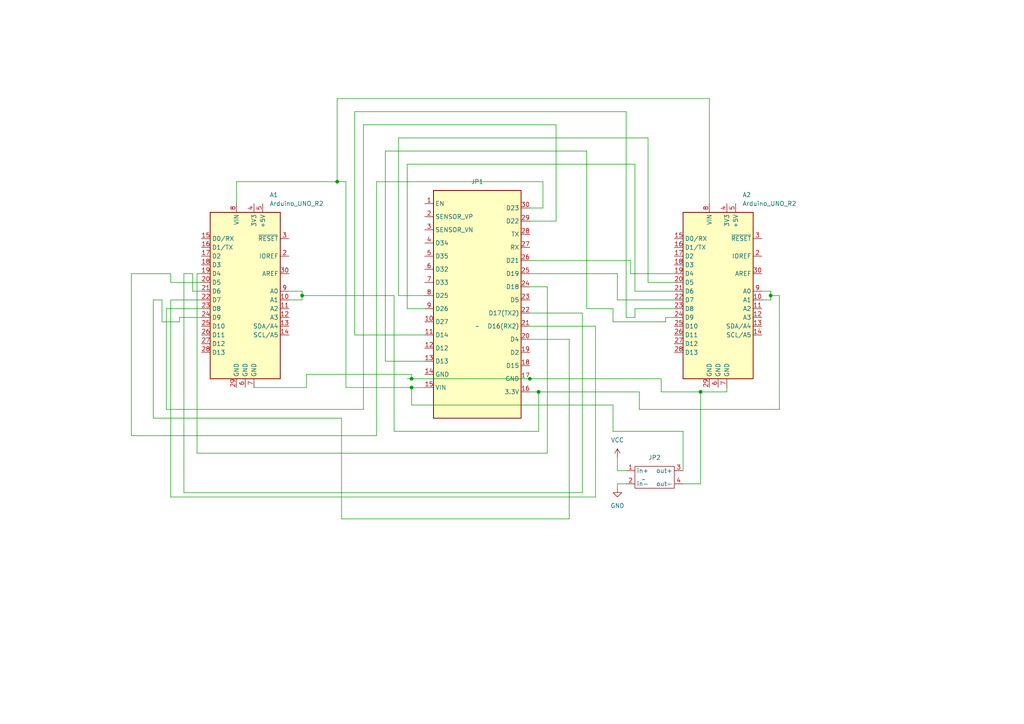
<source format=kicad_sch>
(kicad_sch (version 20230121) (generator eeschema)
  (paper "A4")
  (lib_symbols
    (symbol "Buck_Boost_Converter:buck_Converter"
      (property "Reference" "JP" (at -2.54 0 0))
      (symbol "buck_Converter_0_1"
        (rectangle (start -5.08 3.81) (end 6.35 -2.54))
      )
      (symbol "buck_Converter_1_1"
        (pin input line (at -7.62 2.54 0) (length 2.54) (name "in+") (number "1"))
        (pin input line (at -7.62 -1.27 0) (length 2.54) (name "in-") (number "2"))
        (pin output line (at 8.89 2.54 180) (length 2.54) (name "out+") (number "3"))
        (pin output line (at 8.89 -1.27 180) (length 2.54) (name "out-") (number "4"))
      )
    )
    (symbol "ESP32_module:ESP32_Module"
      (property "Reference" "JP" (at 0 0 0))
      (symbol "ESP32_Module_0_1"
        (rectangle (start -12.7 39.37) (end 12.7 -26.67) (stroke (width 0.254)) (fill (type background)))
      )
      (symbol "ESP32_Module_1_1"
        (pin input line (at -15.24 35.56 0) (length 2.54) (name "EN") (number "1"))
        (pin bidirectional line (at -15.24 1.27 0) (length 2.54) (name "D27") (number "10"))
        (pin bidirectional line (at -15.24 -2.54 0) (length 2.54) (name "D14") (number "11"))
        (pin bidirectional line (at -15.24 -6.35 0) (length 2.54) (name "D12") (number "12"))
        (pin bidirectional line (at -15.24 -10.16 0) (length 2.54) (name "D13") (number "13"))
        (pin power_in line (at -15.24 -13.97 0) (length 2.54) (name "GND") (number "14"))
        (pin passive line (at 0 -29.21 90) (length 2.54) hide (name "GND") (number "15"))
        (pin power_in line (at -15.24 -17.78 0) (length 2.54) (name "VIN") (number "15"))
        (pin bidirectional line (at 15.24 -19.05 180) (length 2.54) (name "3.3V") (number "16"))
        (pin bidirectional line (at 15.24 -15.24 180) (length 2.54) (name "GND") (number "17"))
        (pin bidirectional line (at 15.24 -11.43 180) (length 2.54) (name "D15") (number "18"))
        (pin bidirectional line (at 15.24 -7.62 180) (length 2.54) (name "D2") (number "19"))
        (pin input line (at -15.24 31.75 0) (length 2.54) (name "SENSOR_VP") (number "2"))
        (pin bidirectional line (at 15.24 -3.81 180) (length 2.54) (name "D4") (number "20"))
        (pin bidirectional line (at 15.24 0 180) (length 2.54) (name "D16(RX2)") (number "21"))
        (pin bidirectional line (at 15.24 3.81 180) (length 2.54) (name "D17(TX2)") (number "22"))
        (pin bidirectional line (at 15.24 7.62 180) (length 2.54) (name "D5") (number "23"))
        (pin bidirectional line (at 15.24 11.43 180) (length 2.54) (name "D18") (number "24"))
        (pin bidirectional line (at 15.24 15.24 180) (length 2.54) (name "D19") (number "25"))
        (pin bidirectional line (at 15.24 19.05 180) (length 2.54) (name "D21") (number "26"))
        (pin bidirectional line (at 15.24 22.86 180) (length 2.54) (name "RX") (number "27"))
        (pin bidirectional line (at 15.24 26.67 180) (length 2.54) (name "TX") (number "28"))
        (pin bidirectional line (at 15.24 30.48 180) (length 2.54) (name "D22") (number "29"))
        (pin input line (at -15.24 27.94 0) (length 2.54) (name "SENSOR_VN") (number "3"))
        (pin bidirectional line (at 15.24 34.29 180) (length 2.54) (name "D23") (number "30"))
        (pin no_connect line (at -12.7 -21.59 0) (length 2.54) hide (name "NC") (number "32"))
        (pin passive line (at 0 -29.21 90) (length 2.54) hide (name "GND") (number "38"))
        (pin passive line (at 0 -29.21 90) (length 2.54) hide (name "GND") (number "39"))
        (pin input line (at -15.24 24.13 0) (length 2.54) (name "D34") (number "4"))
        (pin input line (at -15.24 20.32 0) (length 2.54) (name "D35") (number "5"))
        (pin bidirectional line (at -15.24 16.51 0) (length 2.54) (name "D32") (number "6"))
        (pin bidirectional line (at -15.24 12.7 0) (length 2.54) (name "D33") (number "7"))
        (pin bidirectional line (at -15.24 8.89 0) (length 2.54) (name "D25") (number "8"))
        (pin bidirectional line (at -15.24 5.08 0) (length 2.54) (name "D26") (number "9"))
      )
    )
    (symbol "MCU_Module:Arduino_UNO_R2"
      (property "Reference" "A" (at -10.16 23.495 0))
      (property "Value" "Arduino_UNO_R2" (at 5.08 -26.67 0))
      (symbol "Arduino_UNO_R2_0_1"
        (rectangle (start -10.16 22.86) (end 10.16 -25.4) (stroke (width 0.254)) (fill (type background)))
      )
      (symbol "Arduino_UNO_R2_1_1"
        (pin no_connect line (at -10.16 -20.32 0) (length 2.54) hide (name "NC") (number "1"))
        (pin bidirectional line (at 12.7 -2.54 180) (length 2.54) (name "A1") (number "10"))
        (pin bidirectional line (at 12.7 -5.08 180) (length 2.54) (name "A2") (number "11"))
        (pin bidirectional line (at 12.7 -7.62 180) (length 2.54) (name "A3") (number "12"))
        (pin bidirectional line (at 12.7 -10.16 180) (length 2.54) (name "SDA/A4") (number "13"))
        (pin bidirectional line (at 12.7 -12.7 180) (length 2.54) (name "SCL/A5") (number "14"))
        (pin bidirectional line (at -12.7 15.24 0) (length 2.54) (name "D0/RX") (number "15"))
        (pin bidirectional line (at -12.7 12.7 0) (length 2.54) (name "D1/TX") (number "16"))
        (pin bidirectional line (at -12.7 10.16 0) (length 2.54) (name "D2") (number "17"))
        (pin bidirectional line (at -12.7 7.62 0) (length 2.54) (name "D3") (number "18"))
        (pin bidirectional line (at -12.7 5.08 0) (length 2.54) (name "D4") (number "19"))
        (pin output line (at 12.7 10.16 180) (length 2.54) (name "IOREF") (number "2"))
        (pin bidirectional line (at -12.7 2.54 0) (length 2.54) (name "D5") (number "20"))
        (pin bidirectional line (at -12.7 0 0) (length 2.54) (name "D6") (number "21"))
        (pin bidirectional line (at -12.7 -2.54 0) (length 2.54) (name "D7") (number "22"))
        (pin bidirectional line (at -12.7 -5.08 0) (length 2.54) (name "D8") (number "23"))
        (pin bidirectional line (at -12.7 -7.62 0) (length 2.54) (name "D9") (number "24"))
        (pin bidirectional line (at -12.7 -10.16 0) (length 2.54) (name "D10") (number "25"))
        (pin bidirectional line (at -12.7 -12.7 0) (length 2.54) (name "D11") (number "26"))
        (pin bidirectional line (at -12.7 -15.24 0) (length 2.54) (name "D12") (number "27"))
        (pin bidirectional line (at -12.7 -17.78 0) (length 2.54) (name "D13") (number "28"))
        (pin power_in line (at -2.54 -27.94 90) (length 2.54) (name "GND") (number "29"))
        (pin input line (at 12.7 15.24 180) (length 2.54) (name "~{RESET}") (number "3"))
        (pin input line (at 12.7 5.08 180) (length 2.54) (name "AREF") (number "30"))
        (pin power_out line (at 2.54 25.4 270) (length 2.54) (name "3V3") (number "4"))
        (pin power_out line (at 5.08 25.4 270) (length 2.54) (name "+5V") (number "5"))
        (pin power_in line (at 0 -27.94 90) (length 2.54) (name "GND") (number "6"))
        (pin power_in line (at 2.54 -27.94 90) (length 2.54) (name "GND") (number "7"))
        (pin power_in line (at -2.54 25.4 270) (length 2.54) (name "VIN") (number "8"))
        (pin bidirectional line (at 12.7 0 180) (length 2.54) (name "A0") (number "9"))
      )
    )
    (symbol "power:GND" (power) (pin_names (offset 0))
      (property "Value" "GND" (at 0 -3.81 0))
      (symbol "GND_0_1"
        (polyline (pts (xy 0 0) (xy 0 -1.27) (xy 1.27 -1.27) (xy 0 -2.54) (xy -1.27 -1.27) (xy 0 -1.27)))
      )
      (symbol "GND_1_1"
        (pin power_in line (at 0 0 270) (length 0) hide (name "GND") (number "1"))
      )
    )
    (symbol "power:VCC" (power) (pin_names (offset 0))
      (property "Value" "VCC" (at 0 3.81 0))
      (symbol "VCC_0_1"
        (polyline (pts (xy -0.762 1.27) (xy 0 2.54)))
        (polyline (pts (xy 0 0) (xy 0 2.54)))
        (polyline (pts (xy 0 2.54) (xy 0.762 1.27)))
      )
      (symbol "VCC_1_1"
        (pin power_in line (at 0 0 90) (length 0) hide (name "VCC") (number "1"))
      )
    )
  )
  (junction (at 119.38 109.855))
  (junction (at 119.38 112.395))
  (junction (at 97.79 52.705))
  (junction (at 156.21 113.665))
  (junction (at 223.52 85.725))
  (junction (at 153.67 109.855))
  (junction (at 87.63 85.725))
  (junction (at 203.2 113.665))
  (wire (pts (xy 203.2 140.335) (xy 203.2 113.665)))
  (wire (pts (xy 181.61 32.385) (xy 102.87 32.385)))
  (wire (pts (xy 193.04 93.345) (xy 193.04 92.075)))
  (wire (pts (xy 73.66 112.395) (xy 88.9 112.395)))
  (wire (pts (xy 179.07 132.715) (xy 179.07 136.525)))
  (wire (pts (xy 172.72 144.145) (xy 172.72 94.615)))
  (wire (pts (xy 205.74 59.055) (xy 205.74 28.575)))
  (wire (pts (xy 118.11 47.625) (xy 118.11 89.535)))
  (wire (pts (xy 168.91 90.805) (xy 153.67 90.805)))
  (wire (pts (xy 88.9 108.585) (xy 119.38 108.585)))
  (wire (pts (xy 46.99 93.345) (xy 52.07 93.345)))
  (wire (pts (xy 57.15 79.375) (xy 57.15 131.445)))
  (wire (pts (xy 161.29 64.135) (xy 153.67 64.135)))
  (wire (pts (xy 195.58 84.455) (xy 184.15 84.455)))
  (wire (pts (xy 181.61 92.075) (xy 184.15 92.075)))
  (wire (pts (xy 223.52 85.725) (xy 223.52 86.995)))
  (wire (pts (xy 58.42 89.535) (xy 48.26 89.535)))
  (wire (pts (xy 55.88 84.455) (xy 58.42 84.455)))
  (wire (pts (xy 57.15 131.445) (xy 158.75 131.445)))
  (wire (pts (xy 49.53 79.375) (xy 49.53 81.915)))
  (wire (pts (xy 195.58 79.375) (xy 182.88 79.375)))
  (wire (pts (xy 179.07 136.525) (xy 181.61 136.525)))
  (wire (pts (xy 157.48 52.705) (xy 157.48 60.325)))
  (wire (pts (xy 119.38 109.855) (xy 153.67 109.855)))
  (wire (pts (xy 49.53 86.995) (xy 49.53 144.145)))
  (wire (pts (xy 109.22 52.705) (xy 157.48 52.705)))
  (wire (pts (xy 223.52 84.455) (xy 223.52 85.725)))
  (wire (pts (xy 179.07 141.605) (xy 179.07 140.335)))
  (wire (pts (xy 87.63 86.995) (xy 83.82 86.995)))
  (wire (pts (xy 179.07 140.335) (xy 181.61 140.335)))
  (wire (pts (xy 53.34 142.875) (xy 168.91 142.875)))
  (wire (pts (xy 114.3 125.095) (xy 114.3 85.725)))
  (wire (pts (xy 48.26 89.535) (xy 48.26 118.745)))
  (wire (pts (xy 44.45 86.995) (xy 46.99 86.995)))
  (wire (pts (xy 177.8 117.475) (xy 119.38 117.475)))
  (wire (pts (xy 97.79 52.705) (xy 100.33 52.705)))
  (wire (pts (xy 53.34 79.375) (xy 55.88 79.375)))
  (wire (pts (xy 182.88 75.565) (xy 153.67 75.565)))
  (wire (pts (xy 118.11 89.535) (xy 123.19 89.535)))
  (wire (pts (xy 153.67 113.665) (xy 156.21 113.665)))
  (wire (pts (xy 179.07 86.995) (xy 179.07 79.375)))
  (wire (pts (xy 205.74 28.575) (xy 97.79 28.575)))
  (wire (pts (xy 100.33 112.395) (xy 119.38 112.395)))
  (wire (pts (xy 119.38 112.395) (xy 123.19 112.395)))
  (wire (pts (xy 102.87 32.385) (xy 102.87 97.155)))
  (wire (pts (xy 119.38 117.475) (xy 119.38 112.395)))
  (wire (pts (xy 97.79 28.575) (xy 97.79 52.705)))
  (wire (pts (xy 118.11 109.855) (xy 119.38 109.855)))
  (wire (pts (xy 198.12 125.095) (xy 177.8 125.095)))
  (wire (pts (xy 177.8 89.535) (xy 177.8 93.345)))
  (wire (pts (xy 187.96 81.915) (xy 187.96 40.005)))
  (wire (pts (xy 157.48 60.325) (xy 153.67 60.325)))
  (wire (pts (xy 99.06 150.495) (xy 165.1 150.495)))
  (wire (pts (xy 210.82 112.395) (xy 210.82 113.665)))
  (wire (pts (xy 156.21 113.665) (xy 156.21 125.095)))
  (wire (pts (xy 226.06 118.745) (xy 226.06 85.725)))
  (wire (pts (xy 177.8 125.095) (xy 177.8 117.475)))
  (wire (pts (xy 105.41 36.195) (xy 161.29 36.195)))
  (wire (pts (xy 179.07 79.375) (xy 153.67 79.375)))
  (wire (pts (xy 111.76 43.815) (xy 111.76 104.775)))
  (wire (pts (xy 165.1 150.495) (xy 165.1 98.425)))
  (wire (pts (xy 83.82 84.455) (xy 87.63 84.455)))
  (wire (pts (xy 87.63 85.725) (xy 87.63 86.995)))
  (wire (pts (xy 203.2 113.665) (xy 191.77 113.665)))
  (wire (pts (xy 49.53 144.145) (xy 172.72 144.145)))
  (wire (pts (xy 49.53 81.915) (xy 58.42 81.915)))
  (wire (pts (xy 168.91 142.875) (xy 168.91 90.805)))
  (wire (pts (xy 109.22 52.705) (xy 109.22 126.365)))
  (wire (pts (xy 100.33 52.705) (xy 100.33 112.395)))
  (wire (pts (xy 187.96 40.005) (xy 115.57 40.005)))
  (wire (pts (xy 185.42 118.745) (xy 226.06 118.745)))
  (wire (pts (xy 46.99 86.995) (xy 46.99 93.345)))
  (wire (pts (xy 153.67 94.615) (xy 172.72 94.615)))
  (wire (pts (xy 158.75 131.445) (xy 158.75 83.185)))
  (wire (pts (xy 44.45 121.285) (xy 99.06 121.285)))
  (wire (pts (xy 193.04 92.075) (xy 195.58 92.075)))
  (wire (pts (xy 184.15 92.075) (xy 184.15 89.535)))
  (wire (pts (xy 177.8 93.345) (xy 193.04 93.345)))
  (wire (pts (xy 38.1 126.365) (xy 109.22 126.365)))
  (wire (pts (xy 68.58 59.055) (xy 68.58 52.705)))
  (wire (pts (xy 181.61 32.385) (xy 181.61 92.075)))
  (wire (pts (xy 191.77 113.665) (xy 191.77 109.855)))
  (wire (pts (xy 156.21 125.095) (xy 114.3 125.095)))
  (wire (pts (xy 220.98 86.995) (xy 223.52 86.995)))
  (wire (pts (xy 158.75 83.185) (xy 153.67 83.185)))
  (wire (pts (xy 210.82 113.665) (xy 203.2 113.665)))
  (wire (pts (xy 57.15 79.375) (xy 58.42 79.375)))
  (wire (pts (xy 119.38 109.855) (xy 119.38 108.585)))
  (wire (pts (xy 195.58 86.995) (xy 179.07 86.995)))
  (wire (pts (xy 184.15 47.625) (xy 118.11 47.625)))
  (wire (pts (xy 184.15 89.535) (xy 195.58 89.535)))
  (wire (pts (xy 223.52 85.725) (xy 226.06 85.725)))
  (wire (pts (xy 156.21 113.665) (xy 185.42 113.665)))
  (wire (pts (xy 115.57 85.725) (xy 123.19 85.725)))
  (wire (pts (xy 68.58 52.705) (xy 97.79 52.705)))
  (wire (pts (xy 198.12 140.335) (xy 203.2 140.335)))
  (wire (pts (xy 111.76 104.775) (xy 123.19 104.775)))
  (wire (pts (xy 195.58 81.915) (xy 187.96 81.915)))
  (wire (pts (xy 161.29 36.195) (xy 161.29 64.135)))
  (wire (pts (xy 44.45 86.995) (xy 44.45 121.285)))
  (wire (pts (xy 99.06 121.285) (xy 99.06 150.495)))
  (wire (pts (xy 105.41 36.195) (xy 105.41 118.745)))
  (wire (pts (xy 38.1 79.375) (xy 49.53 79.375)))
  (wire (pts (xy 53.34 79.375) (xy 53.34 142.875)))
  (wire (pts (xy 170.18 89.535) (xy 177.8 89.535)))
  (wire (pts (xy 48.26 118.745) (xy 105.41 118.745)))
  (wire (pts (xy 198.12 136.525) (xy 198.12 125.095)))
  (wire (pts (xy 220.98 84.455) (xy 223.52 84.455)))
  (wire (pts (xy 38.1 79.375) (xy 38.1 126.365)))
  (wire (pts (xy 115.57 40.005) (xy 115.57 85.725)))
  (wire (pts (xy 153.67 109.855) (xy 191.77 109.855)))
  (wire (pts (xy 114.3 85.725) (xy 87.63 85.725)))
  (wire (pts (xy 87.63 84.455) (xy 87.63 85.725)))
  (wire (pts (xy 49.53 86.995) (xy 58.42 86.995)))
  (wire (pts (xy 52.07 93.345) (xy 52.07 92.075)))
  (wire (pts (xy 185.42 113.665) (xy 185.42 118.745)))
  (wire (pts (xy 170.18 43.815) (xy 111.76 43.815)))
  (wire (pts (xy 88.9 112.395) (xy 88.9 108.585)))
  (wire (pts (xy 165.1 98.425) (xy 153.67 98.425)))
  (wire (pts (xy 170.18 43.815) (xy 170.18 89.535)))
  (wire (pts (xy 52.07 92.075) (xy 58.42 92.075)))
  (wire (pts (xy 55.88 79.375) (xy 55.88 84.455)))
  (wire (pts (xy 182.88 79.375) (xy 182.88 75.565)))
  (wire (pts (xy 184.15 84.455) (xy 184.15 47.625)))
  (wire (pts (xy 102.87 97.155) (xy 123.19 97.155)))
  (symbol (lib_id "power:VCC") (at 179.07 132.715 0) (unit 1)
    (property "Reference" "#PWR01" (effects hide))
    (property "Value" "VCC" (at 179.07 127.635 0))
  )
  (symbol (lib_id "ESP32_module:ESP32_Module") (at 138.43 94.615 0) (unit 1)
    (property "Reference" "JP1" (at 138.43 52.705 0))
    (property "Value" "~" (at 138.43 94.615 0))
    (property "Footprint" "ESP32_module:esp32_module" (effects hide))
  )
  (symbol (lib_id "MCU_Module:Arduino_UNO_R2") (at 208.28 84.455 0) (unit 1)
    (property "Reference" "A2" (at 215.3159 56.515 0) (effects (justify left)))
    (property "Value" "Arduino_UNO_R2" (at 215.3159 59.055 0) (effects (justify left)))
    (property "Footprint" "Monster_motor_shield:monster_motor_shield" (effects hide))
    (property "Datasheet" "https://www.arduino.cc/en/Main/arduinoBoardUno" (effects hide))
  )
  (symbol (lib_id "Buck_Boost_Converter:buck_Converter") (at 189.23 139.065 0) (unit 1)
    (property "Reference" "JP2" (at 189.865 132.715 0))
    (property "Value" "~" (at 186.69 139.065 0))
    (property "Footprint" "Buck_Boost_Converter:Buck Converter" (effects hide))
  )
  (symbol (lib_id "power:GND") (at 179.07 141.605 0) (unit 1)
    (property "Reference" "#PWR02" (effects hide))
    (property "Value" "GND" (at 179.07 146.685 0))
  )
  (symbol (lib_id "MCU_Module:Arduino_UNO_R2") (at 71.12 84.455 0) (unit 1)
    (property "Reference" "A1" (at 78.1559 56.515 0) (effects (justify left)))
    (property "Value" "Arduino_UNO_R2" (at 78.1559 59.055 0) (effects (justify left)))
    (property "Footprint" "Monster_motor_shield:monster_motor_shield" (effects hide))
    (property "Datasheet" "https://www.arduino.cc/en/Main/arduinoBoardUno" (effects hide))
  )
)
</source>
